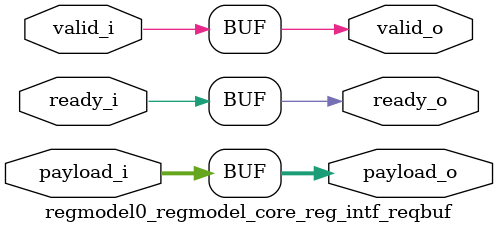
<source format=v>
module regmodel0_regmodel_core_reg_intf_reqbuf(
    valid_i,
    payload_i,
    ready_o,
    valid_o,
    payload_o,
    ready_i );
input         valid_i; 
input  [59:0] payload_i; 
output        ready_o; 
output        valid_o; 
output [59:0] payload_o; 
input         ready_i; 
assign ready_o    = ready_i;
assign valid_o    = valid_i;
//////////////////////////////////////////////////////////////////////////////
// assign Outputs
assign payload_o  = payload_i;
endmodule // regmodel0_regmodel_core_reg_intf_reqbuf

</source>
